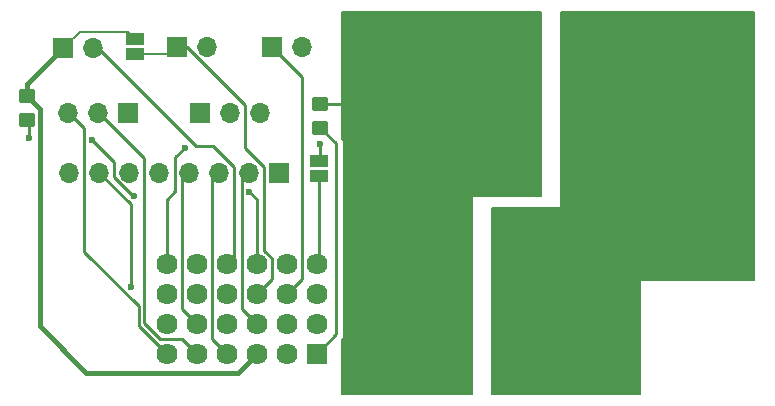
<source format=gbr>
%TF.GenerationSoftware,KiCad,Pcbnew,8.0.6*%
%TF.CreationDate,2025-01-01T08:23:18-05:00*%
%TF.ProjectId,ge-psu,67652d70-7375-42e6-9b69-6361645f7063,rev?*%
%TF.SameCoordinates,Original*%
%TF.FileFunction,Copper,L1,Top*%
%TF.FilePolarity,Positive*%
%FSLAX46Y46*%
G04 Gerber Fmt 4.6, Leading zero omitted, Abs format (unit mm)*
G04 Created by KiCad (PCBNEW 8.0.6) date 2025-01-01 08:23:18*
%MOMM*%
%LPD*%
G01*
G04 APERTURE LIST*
G04 Aperture macros list*
%AMRoundRect*
0 Rectangle with rounded corners*
0 $1 Rounding radius*
0 $2 $3 $4 $5 $6 $7 $8 $9 X,Y pos of 4 corners*
0 Add a 4 corners polygon primitive as box body*
4,1,4,$2,$3,$4,$5,$6,$7,$8,$9,$2,$3,0*
0 Add four circle primitives for the rounded corners*
1,1,$1+$1,$2,$3*
1,1,$1+$1,$4,$5*
1,1,$1+$1,$6,$7*
1,1,$1+$1,$8,$9*
0 Add four rect primitives between the rounded corners*
20,1,$1+$1,$2,$3,$4,$5,0*
20,1,$1+$1,$4,$5,$6,$7,0*
20,1,$1+$1,$6,$7,$8,$9,0*
20,1,$1+$1,$8,$9,$2,$3,0*%
G04 Aperture macros list end*
%TA.AperFunction,ComponentPad*%
%ADD10C,0.900000*%
%TD*%
%TA.AperFunction,ComponentPad*%
%ADD11C,13.000000*%
%TD*%
%TA.AperFunction,ComponentPad*%
%ADD12R,1.700000X1.700000*%
%TD*%
%TA.AperFunction,ComponentPad*%
%ADD13O,1.700000X1.700000*%
%TD*%
%TA.AperFunction,SMDPad,CuDef*%
%ADD14R,1.500000X1.000000*%
%TD*%
%TA.AperFunction,ComponentPad*%
%ADD15R,1.790700X1.790700*%
%TD*%
%TA.AperFunction,ComponentPad*%
%ADD16C,1.790700*%
%TD*%
%TA.AperFunction,SMDPad,CuDef*%
%ADD17RoundRect,0.250000X0.450000X-0.350000X0.450000X0.350000X-0.450000X0.350000X-0.450000X-0.350000X0*%
%TD*%
%TA.AperFunction,ViaPad*%
%ADD18C,0.600000*%
%TD*%
%TA.AperFunction,Conductor*%
%ADD19C,0.250000*%
%TD*%
%TA.AperFunction,Conductor*%
%ADD20C,0.200000*%
%TD*%
%TA.AperFunction,Conductor*%
%ADD21C,0.400000*%
%TD*%
G04 APERTURE END LIST*
D10*
%TO.P,H1,1,1*%
%TO.N,VPLUS*%
X164143854Y-63862854D03*
X165571708Y-60415708D03*
X165571708Y-67310000D03*
X169018854Y-58987854D03*
D11*
X169018854Y-63862854D03*
D10*
X169018854Y-68737854D03*
X172466000Y-60415708D03*
X172466000Y-67310000D03*
X173893854Y-63862854D03*
%TD*%
D12*
%TO.P,J7,1,Pin_1*%
%TO.N,ALERT0*%
X137287000Y-69088000D03*
D13*
%TO.P,J7,2,Pin_2*%
%TO.N,ALERT1*%
X134747000Y-69088000D03*
%TO.P,J7,3,Pin_3*%
%TO.N,PFW*%
X132207000Y-69088000D03*
%TO.P,J7,4,Pin_4*%
%TO.N,OTW*%
X129667000Y-69088000D03*
%TO.P,J7,5,Pin_5*%
%TO.N,Power_Cap*%
X127127000Y-69088000D03*
%TO.P,J7,6,Pin_6*%
%TO.N,RESET*%
X124587000Y-69088000D03*
%TO.P,J7,7,Pin_7*%
%TO.N,MOD_PRE*%
X122047000Y-69088000D03*
%TO.P,J7,8,Pin_8*%
%TO.N,Fault*%
X119507000Y-69088000D03*
%TD*%
D14*
%TO.P,JP2,1,A*%
%TO.N,REMOTE_ON*%
X125095000Y-59055000D03*
%TO.P,JP2,2,B*%
%TO.N,LOGIC_GRD*%
X125095000Y-57755000D03*
%TD*%
D15*
%TO.P,J1,A1,A1*%
%TO.N,UNIT_ADDR*%
X140435000Y-84400000D03*
D16*
%TO.P,J1,A2,A2*%
%TO.N,unconnected-(J1-PadA2)*%
X137895000Y-84400000D03*
%TO.P,J1,A3,A3*%
%TO.N,LOGIC_GRD*%
X135355000Y-84400000D03*
%TO.P,J1,A4,A4*%
%TO.N,PFW*%
X132815000Y-84400000D03*
%TO.P,J1,A5,A5*%
%TO.N,SDA_0*%
X130275000Y-84400000D03*
%TO.P,J1,A6,A6*%
%TO.N,SCL_0*%
X127735000Y-84400000D03*
%TO.P,J1,B1,B1*%
%TO.N,8V_INT*%
X140435000Y-81860000D03*
%TO.P,J1,B2,B2*%
%TO.N,unconnected-(J1-PadB2)*%
X137895000Y-81860000D03*
%TO.P,J1,B3,B3*%
%TO.N,ALERT1*%
X135355000Y-81860000D03*
%TO.P,J1,B4,B4*%
%TO.N,ALERT0*%
X132815000Y-81860000D03*
%TO.P,J1,B5,B5*%
%TO.N,OTW*%
X130275000Y-81860000D03*
%TO.P,J1,B6,B6*%
%TO.N,MOD_PRE*%
X127735000Y-81860000D03*
%TO.P,J1,C1,C1*%
%TO.N,unconnected-(J1-PadC1)*%
X140435000Y-79320000D03*
%TO.P,J1,C2,C2*%
%TO.N,Ishare*%
X137895000Y-79320000D03*
%TO.P,J1,C3,C3*%
%TO.N,REMOTE_ON*%
X135355000Y-79320000D03*
%TO.P,J1,C4,C4*%
%TO.N,RESET*%
X132815000Y-79320000D03*
%TO.P,J1,C5,C5*%
%TO.N,Margin*%
X130275000Y-79320000D03*
%TO.P,J1,C6,C6*%
%TO.N,SCL_1*%
X127735000Y-79320000D03*
%TO.P,J1,D1,D1*%
%TO.N,SHELF_ADDR*%
X140435000Y-76780000D03*
%TO.P,J1,D2,D2*%
%TO.N,Interlock*%
X137895000Y-76780000D03*
%TO.P,J1,D3,D3*%
%TO.N,Power_Cap*%
X135355000Y-76780000D03*
%TO.P,J1,D4,D4*%
%TO.N,5V*%
X132815000Y-76780000D03*
%TO.P,J1,D5,D5*%
%TO.N,Fault*%
X130275000Y-76780000D03*
%TO.P,J1,D6,D6*%
%TO.N,SDA_1*%
X127735000Y-76780000D03*
%TO.P,J1,P1_1,P1_1*%
%TO.N,VPLUS*%
X165200000Y-76780000D03*
%TO.P,J1,P1_2,P1_2*%
X165200000Y-79320000D03*
%TO.P,J1,P1_3,P1_3*%
X165200000Y-81860000D03*
%TO.P,J1,P1_4,P1_4*%
X165200000Y-84400000D03*
%TO.P,J1,P1_5,P1_5*%
X162660000Y-76780000D03*
%TO.P,J1,P1_6,P1_6*%
X162660000Y-79320000D03*
%TO.P,J1,P1_7,P1_7*%
X162660000Y-81860000D03*
%TO.P,J1,P1_8,P1_8*%
X162660000Y-84400000D03*
%TO.P,J1,P2_1,P2_1*%
X158850000Y-76780000D03*
%TO.P,J1,P2_2,P2_2*%
X158850000Y-79320000D03*
%TO.P,J1,P2_3,P2_3*%
X158850000Y-81860000D03*
%TO.P,J1,P2_4,P2_4*%
X158850000Y-84400000D03*
%TO.P,J1,P2_5,P2_5*%
X156310000Y-76780000D03*
%TO.P,J1,P2_6,P2_6*%
X156310000Y-79320000D03*
%TO.P,J1,P2_7,P2_7*%
X156310000Y-81860000D03*
%TO.P,J1,P2_8,P2_8*%
X156310000Y-84400000D03*
%TO.P,J1,P3_1,P3_1*%
%TO.N,Interlock*%
X152500000Y-76780000D03*
%TO.P,J1,P3_2,P3_2*%
X152500000Y-79320000D03*
%TO.P,J1,P3_3,P3_3*%
X152500000Y-81860000D03*
%TO.P,J1,P3_4,P3_4*%
X152500000Y-84400000D03*
%TO.P,J1,P3_5,P3_5*%
X149960000Y-76780000D03*
%TO.P,J1,P3_6,P3_6*%
X149960000Y-79320000D03*
%TO.P,J1,P3_7,P3_7*%
X149960000Y-81860000D03*
%TO.P,J1,P3_8,P3_8*%
X149960000Y-84400000D03*
%TO.P,J1,P4_1,P4_1*%
X146150000Y-76780000D03*
%TO.P,J1,P4_2,P4_2*%
X146150000Y-79320000D03*
%TO.P,J1,P4_3,P4_3*%
X146150000Y-81860000D03*
%TO.P,J1,P4_4,P4_4*%
X146150000Y-84400000D03*
%TO.P,J1,P4_5,P4_5*%
X143610000Y-76780000D03*
%TO.P,J1,P4_6,P4_6*%
X143610000Y-79320000D03*
%TO.P,J1,P4_7,P4_7*%
X143610000Y-81860000D03*
%TO.P,J1,P4_8,P4_8*%
X143610000Y-84400000D03*
%TD*%
D12*
%TO.P,J3,1,Pin_1*%
%TO.N,Ishare*%
X136652000Y-58420000D03*
D13*
%TO.P,J3,2,Pin_2*%
%TO.N,Interlock*%
X139192000Y-58420000D03*
%TD*%
D17*
%TO.P,R1,1*%
%TO.N,Margin*%
X115900200Y-64617600D03*
%TO.P,R1,2*%
%TO.N,LOGIC_GRD*%
X115900200Y-62617600D03*
%TD*%
D14*
%TO.P,JP1,1,A*%
%TO.N,SHELF_ADDR*%
X140614400Y-69397400D03*
%TO.P,JP1,2,B*%
%TO.N,Interlock*%
X140614400Y-68097400D03*
%TD*%
D12*
%TO.P,J4,1,Pin_1*%
%TO.N,LOGIC_GRD*%
X124445000Y-64008000D03*
D13*
%TO.P,J4,2,Pin_2*%
%TO.N,SDA_0*%
X121905000Y-64008000D03*
%TO.P,J4,3,Pin_3*%
%TO.N,SCL_0*%
X119365000Y-64008000D03*
%TD*%
D10*
%TO.P,H2,1,1*%
%TO.N,Interlock*%
X146109854Y-63862854D03*
X147537708Y-60415708D03*
X147537708Y-67310000D03*
X150984854Y-58987854D03*
D11*
X150984854Y-63862854D03*
D10*
X150984854Y-68737854D03*
X154432000Y-60415708D03*
X154432000Y-67310000D03*
X155859854Y-63862854D03*
%TD*%
D12*
%TO.P,J6,1,Pin_1*%
%TO.N,LOGIC_GRD*%
X118999000Y-58496200D03*
D13*
%TO.P,J6,2,Pin_2*%
%TO.N,5V*%
X121539000Y-58496200D03*
%TD*%
D17*
%TO.P,R2,1*%
%TO.N,UNIT_ADDR*%
X140741400Y-65271400D03*
%TO.P,R2,2*%
%TO.N,Interlock*%
X140741400Y-63271400D03*
%TD*%
D12*
%TO.P,J2,1,Pin_1*%
%TO.N,REMOTE_ON*%
X128651000Y-58420000D03*
D13*
%TO.P,J2,2,Pin_2*%
%TO.N,LOGIC_GRD*%
X131191000Y-58420000D03*
%TD*%
D12*
%TO.P,J5,1,Pin_1*%
%TO.N,LOGIC_GRD*%
X130556000Y-64033400D03*
D13*
%TO.P,J5,2,Pin_2*%
%TO.N,SDA_1*%
X133096000Y-64033400D03*
%TO.P,J5,3,Pin_3*%
%TO.N,SCL_1*%
X135636000Y-64033400D03*
%TD*%
D18*
%TO.N,Interlock*%
X146050000Y-86360000D03*
X158750000Y-64770000D03*
X143510000Y-59690000D03*
X143510000Y-72390000D03*
X143510000Y-57150000D03*
X151130000Y-72390000D03*
X156210000Y-69850000D03*
X158750000Y-59690000D03*
X151130000Y-74930000D03*
X143510000Y-69850000D03*
X156210000Y-57150000D03*
X146050000Y-57150000D03*
X143510000Y-74930000D03*
X148590000Y-72390000D03*
X143510000Y-67310000D03*
X143510000Y-64770000D03*
X148590000Y-74930000D03*
X148590000Y-86360000D03*
X146050000Y-74930000D03*
X153670000Y-57150000D03*
X143510000Y-62230000D03*
X143510000Y-86360000D03*
X158750000Y-62230000D03*
X158750000Y-67310000D03*
X158750000Y-57150000D03*
X158750000Y-69850000D03*
X148590000Y-57150000D03*
X146050000Y-69850000D03*
X151130000Y-86360000D03*
X140741400Y-66624200D03*
X146050000Y-72390000D03*
%TO.N,Power_Cap*%
X134759650Y-70731467D03*
%TO.N,VPLUS*%
X176530000Y-72390000D03*
X173990000Y-69850000D03*
X156210000Y-86360000D03*
X176530000Y-64770000D03*
X171450000Y-77470000D03*
X161290000Y-72390000D03*
X173990000Y-57150000D03*
X173990000Y-74930000D03*
X173990000Y-77470000D03*
X176530000Y-59690000D03*
X171450000Y-72390000D03*
X163830000Y-72390000D03*
X161290000Y-74930000D03*
X161290000Y-86360000D03*
X162560000Y-57150000D03*
X156210000Y-72390000D03*
X176530000Y-74930000D03*
X163830000Y-74930000D03*
X176530000Y-69850000D03*
X162560000Y-69850000D03*
X176530000Y-77470000D03*
X176530000Y-62230000D03*
X162560000Y-67310000D03*
X166370000Y-72390000D03*
X166370000Y-86360000D03*
X168910000Y-72390000D03*
X158750000Y-86360000D03*
X176530000Y-67310000D03*
X162560000Y-59690000D03*
X156210000Y-74930000D03*
X173990000Y-72390000D03*
X158750000Y-74930000D03*
X176530000Y-57150000D03*
X166370000Y-74930000D03*
X171450000Y-57150000D03*
X165100000Y-69850000D03*
X158750000Y-72390000D03*
X168910000Y-77470000D03*
X168910000Y-74930000D03*
X165100000Y-57150000D03*
X171450000Y-74930000D03*
X163830000Y-86360000D03*
%TO.N,Fault*%
X121386600Y-66268600D03*
X124993400Y-71069200D03*
%TO.N,Margin*%
X116103400Y-66167000D03*
%TO.N,SDA_1*%
X129260600Y-66979800D03*
%TO.N,MOD_PRE*%
X124714000Y-78740000D03*
%TD*%
D19*
%TO.N,Interlock*%
X143491200Y-67291200D02*
X143510000Y-67310000D01*
X142468600Y-63271400D02*
X143510000Y-62230000D01*
X140741400Y-63271400D02*
X142468600Y-63271400D01*
X140741400Y-66624200D02*
X140741400Y-67970400D01*
X140741400Y-67970400D02*
X140614400Y-68097400D01*
%TO.N,Power_Cap*%
X134759650Y-70731467D02*
X135355000Y-71326817D01*
X135355000Y-71326817D02*
X135355000Y-76780000D01*
%TO.N,REMOTE_ON*%
X136626600Y-76325764D02*
X136017000Y-75716164D01*
D20*
X125095000Y-59055000D02*
X128016000Y-59055000D01*
X128016000Y-59055000D02*
X128651000Y-58420000D01*
D19*
X129463800Y-58420000D02*
X128651000Y-58420000D01*
X136626600Y-78048400D02*
X136626600Y-76325764D01*
X136017000Y-75716164D02*
X136017000Y-68605400D01*
X135355000Y-79320000D02*
X136626600Y-78048400D01*
X134366000Y-66954400D02*
X134366000Y-63322200D01*
X136017000Y-68605400D02*
X134366000Y-66954400D01*
X134366000Y-63322200D02*
X129463800Y-58420000D01*
%TO.N,5V*%
X130232400Y-66834000D02*
X121945400Y-58547000D01*
X131705600Y-66834000D02*
X130232400Y-66834000D01*
X121945400Y-58547000D02*
X121539000Y-58547000D01*
X132815000Y-76780000D02*
X133477000Y-76118000D01*
X133477000Y-68605400D02*
X131705600Y-66834000D01*
X133477000Y-76118000D02*
X133477000Y-68605400D01*
%TO.N,VPLUS*%
X165835000Y-79652800D02*
X165835000Y-79320000D01*
%TO.N,SDA_0*%
X122047000Y-64008000D02*
X125857000Y-67818000D01*
X125857000Y-67818000D02*
X125857000Y-81811418D01*
X125857000Y-81811418D02*
X127179782Y-83134200D01*
X127179782Y-83134200D02*
X129009200Y-83134200D01*
X129009200Y-83134200D02*
X130275000Y-84400000D01*
%TO.N,Fault*%
X121386600Y-66268600D02*
X123317000Y-68199000D01*
X124906499Y-71069200D02*
X124993400Y-71069200D01*
X123317000Y-68199000D02*
X123317000Y-69479701D01*
X123317000Y-69479701D02*
X124906499Y-71069200D01*
%TO.N,SCL_0*%
X120761600Y-66009716D02*
X120761600Y-66527484D01*
X120777000Y-66542884D02*
X120777000Y-75768200D01*
X120777000Y-65994316D02*
X120761600Y-66009716D01*
X125407000Y-80398200D02*
X125407000Y-82072000D01*
X125407000Y-82072000D02*
X127735000Y-84400000D01*
X120761600Y-66527484D02*
X120777000Y-66542884D01*
X120777000Y-75768200D02*
X125407000Y-80398200D01*
X119507000Y-64008000D02*
X120777000Y-65278000D01*
X120777000Y-65278000D02*
X120777000Y-65994316D01*
%TO.N,Ishare*%
X139166600Y-60934600D02*
X139166600Y-78048400D01*
X139166600Y-78048400D02*
X137895000Y-79320000D01*
X136652000Y-58420000D02*
X139166600Y-60934600D01*
%TO.N,Margin*%
X116103400Y-66167000D02*
X116103400Y-64820800D01*
X116103400Y-64820800D02*
X115900200Y-64617600D01*
%TO.N,SHELF_ADDR*%
X140614400Y-76600600D02*
X140435000Y-76780000D01*
X140614400Y-69397400D02*
X140614400Y-76600600D01*
%TO.N,SDA_1*%
X127762000Y-71374000D02*
X128492000Y-70644000D01*
X128492000Y-70644000D02*
X128492000Y-67748400D01*
X127735000Y-71401000D02*
X127735000Y-76780000D01*
X128492000Y-67748400D02*
X129260600Y-66979800D01*
X127762000Y-71374000D02*
X127735000Y-71401000D01*
%TO.N,UNIT_ADDR*%
X142062200Y-82772800D02*
X142062200Y-66592200D01*
X142062200Y-66592200D02*
X140741400Y-65271400D01*
X140435000Y-84400000D02*
X142062200Y-82772800D01*
%TO.N,PFW*%
X131546600Y-69748400D02*
X131546600Y-83131600D01*
X132207000Y-69088000D02*
X131546600Y-69748400D01*
X131546600Y-83131600D02*
X132815000Y-84400000D01*
%TO.N,OTW*%
X129006600Y-80591600D02*
X130275000Y-81860000D01*
X129006600Y-69748400D02*
X129006600Y-80591600D01*
X129667000Y-69088000D02*
X129006600Y-69748400D01*
D21*
%TO.N,LOGIC_GRD*%
X115900200Y-62617600D02*
X115900200Y-61595000D01*
X120929400Y-86004400D02*
X117000200Y-82075200D01*
X115900200Y-61595000D02*
X118999000Y-58496200D01*
X135355000Y-84400000D02*
X133750600Y-86004400D01*
D20*
X125095000Y-57755000D02*
X124464600Y-57124600D01*
D21*
X117000200Y-63717600D02*
X115900200Y-62617600D01*
D20*
X124464600Y-57124600D02*
X120421400Y-57124600D01*
X120421400Y-57124600D02*
X118999000Y-58547000D01*
D21*
X117000200Y-82075200D02*
X117000200Y-63717600D01*
X133750600Y-86004400D02*
X120929400Y-86004400D01*
D19*
%TO.N,MOD_PRE*%
X122047000Y-69088000D02*
X124714000Y-71755000D01*
X124714000Y-71755000D02*
X124714000Y-78740000D01*
%TO.N,ALERT1*%
X134086600Y-69748400D02*
X134086600Y-80591600D01*
X134086600Y-80591600D02*
X135355000Y-81860000D01*
X134747000Y-69088000D02*
X134086600Y-69748400D01*
%TD*%
%TA.AperFunction,Conductor*%
%TO.N,Interlock*%
G36*
X159455039Y-55391685D02*
G01*
X159500794Y-55444489D01*
X159512000Y-55496000D01*
X159512000Y-70996000D01*
X159492315Y-71063039D01*
X159439511Y-71108794D01*
X159388000Y-71120000D01*
X153670000Y-71120000D01*
X153670000Y-55372000D01*
X159388000Y-55372000D01*
X159455039Y-55391685D01*
G37*
%TD.AperFunction*%
%TD*%
%TA.AperFunction,Conductor*%
%TO.N,VPLUS*%
G36*
X177489039Y-55391685D02*
G01*
X177534794Y-55444489D01*
X177546000Y-55496000D01*
X177546000Y-78108000D01*
X177526315Y-78175039D01*
X177473511Y-78220794D01*
X177422000Y-78232000D01*
X167894000Y-78232000D01*
X167894000Y-87760000D01*
X167874315Y-87827039D01*
X167821511Y-87872794D01*
X167770000Y-87884000D01*
X155318000Y-87884000D01*
X155250961Y-87864315D01*
X155205206Y-87811511D01*
X155194000Y-87760000D01*
X155194000Y-72107600D01*
X155213685Y-72040561D01*
X155266489Y-71994806D01*
X155318000Y-71983600D01*
X161036000Y-71983600D01*
X161036000Y-55496000D01*
X161055685Y-55428961D01*
X161108489Y-55383206D01*
X161160000Y-55372000D01*
X177422000Y-55372000D01*
X177489039Y-55391685D01*
G37*
%TD.AperFunction*%
%TD*%
%TA.AperFunction,Conductor*%
%TO.N,Interlock*%
G36*
X153670000Y-71120000D02*
G01*
X153670000Y-87760000D01*
X153650315Y-87827039D01*
X153597511Y-87872794D01*
X153546000Y-87884000D01*
X142618000Y-87884000D01*
X142550961Y-87864315D01*
X142505206Y-87811511D01*
X142494000Y-87760000D01*
X142494000Y-83276953D01*
X142513685Y-83209914D01*
X142530321Y-83189270D01*
X142548056Y-83171535D01*
X142548058Y-83171533D01*
X142616511Y-83069086D01*
X142663663Y-82955252D01*
X142687700Y-82834406D01*
X142687700Y-66530594D01*
X142663663Y-66409748D01*
X142616511Y-66295914D01*
X142616510Y-66295913D01*
X142616507Y-66295907D01*
X142548058Y-66193467D01*
X142548055Y-66193463D01*
X142530319Y-66175727D01*
X142496834Y-66114404D01*
X142494000Y-66088046D01*
X142494000Y-55496000D01*
X142513685Y-55428961D01*
X142566489Y-55383206D01*
X142618000Y-55372000D01*
X153670000Y-55372000D01*
X153670000Y-71120000D01*
G37*
%TD.AperFunction*%
%TD*%
M02*

</source>
